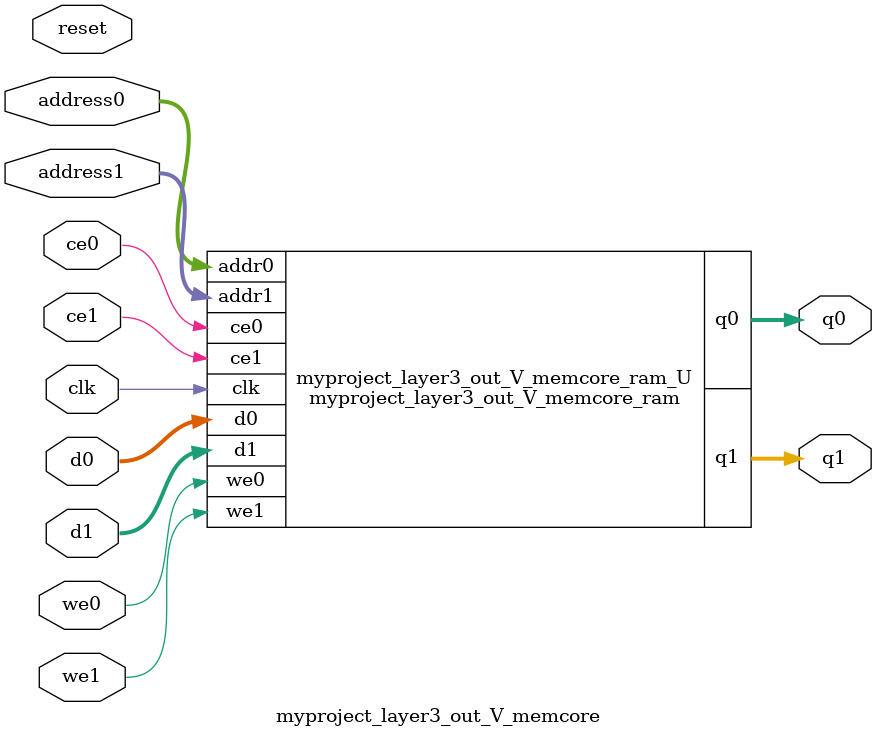
<source format=v>
`timescale 1 ns / 1 ps
module myproject_layer3_out_V_memcore_ram (addr0, ce0, d0, we0, q0, addr1, ce1, d1, we1, q1,  clk);

parameter DWIDTH = 14;
parameter AWIDTH = 14;
parameter MEM_SIZE = 13456;

input[AWIDTH-1:0] addr0;
input ce0;
input[DWIDTH-1:0] d0;
input we0;
output reg[DWIDTH-1:0] q0;
input[AWIDTH-1:0] addr1;
input ce1;
input[DWIDTH-1:0] d1;
input we1;
output reg[DWIDTH-1:0] q1;
input clk;

(* ram_style = "block" *)reg [DWIDTH-1:0] ram[0:MEM_SIZE-1];




always @(posedge clk)  
begin 
    if (ce0) 
    begin
        if (we0) 
        begin 
            ram[addr0] <= d0; 
        end 
        q0 <= ram[addr0];
    end
end


always @(posedge clk)  
begin 
    if (ce1) 
    begin
        if (we1) 
        begin 
            ram[addr1] <= d1; 
        end 
        q1 <= ram[addr1];
    end
end


endmodule

`timescale 1 ns / 1 ps
module myproject_layer3_out_V_memcore(
    reset,
    clk,
    address0,
    ce0,
    we0,
    d0,
    q0,
    address1,
    ce1,
    we1,
    d1,
    q1);

parameter DataWidth = 32'd14;
parameter AddressRange = 32'd13456;
parameter AddressWidth = 32'd14;
input reset;
input clk;
input[AddressWidth - 1:0] address0;
input ce0;
input we0;
input[DataWidth - 1:0] d0;
output[DataWidth - 1:0] q0;
input[AddressWidth - 1:0] address1;
input ce1;
input we1;
input[DataWidth - 1:0] d1;
output[DataWidth - 1:0] q1;



myproject_layer3_out_V_memcore_ram myproject_layer3_out_V_memcore_ram_U(
    .clk( clk ),
    .addr0( address0 ),
    .ce0( ce0 ),
    .we0( we0 ),
    .d0( d0 ),
    .q0( q0 ),
    .addr1( address1 ),
    .ce1( ce1 ),
    .we1( we1 ),
    .d1( d1 ),
    .q1( q1 ));

endmodule


</source>
